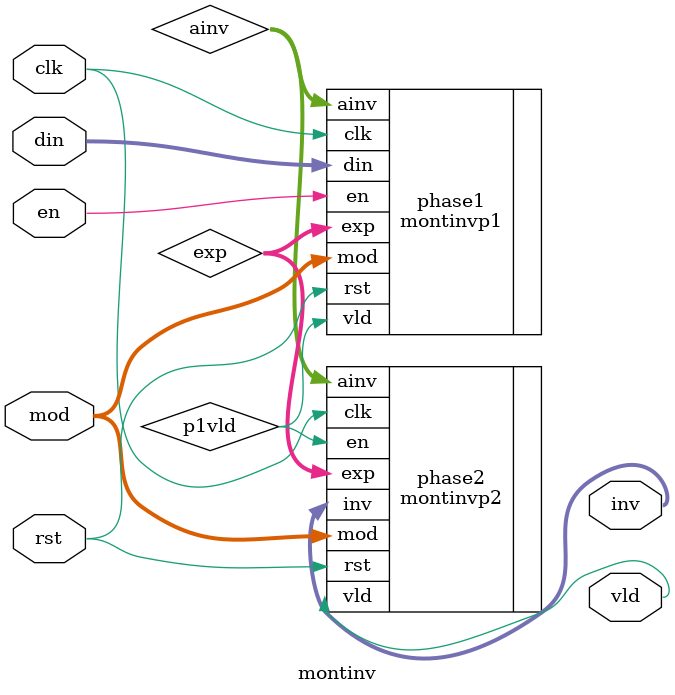
<source format=v>

module montinv
    (
     clk,
     rst,
     din,
     mod,
     en,
     inv,
     vld
     );

////////////////////////////////////////////////////////////////////////////////
// parameter declarations

parameter WIDTH = 256;
parameter CWID  = 10;

////////////////////////////////////////////////////////////////////////////////
// Port declarations

input     clk;
input     rst;
input [WIDTH-1:0] din;
input [WIDTH-1:0] mod;
input             en;

output [WIDTH-1:0] inv;
output             vld;

////////////////////////////////////////////////////////////////////////////////
// Output declarations

////////////////////////////////////////////////////////////////////////////////
// Local logic and instantiation

wire [WIDTH-1:0]   ainv;
wire [CWID-1:0]    exp;
wire               p1vld;   // phase 1 valid

montinvp1   #(WIDTH, CWID) phase1
    (
     .clk(clk),
     .rst(rst),
     .din(din),
     .mod(mod),
     .en(en),
     .ainv(ainv),
     .exp(exp),
     .vld(p1vld)
     );

montinvp2   #(WIDTH, CWID) phase2
    (
     .clk(clk),
     .rst(rst),
     .ainv(ainv),
     .mod(mod),
     .exp(exp),
     .en(p1vld),
     .inv(inv),
     .vld(vld)
     );

endmodule 
</source>
